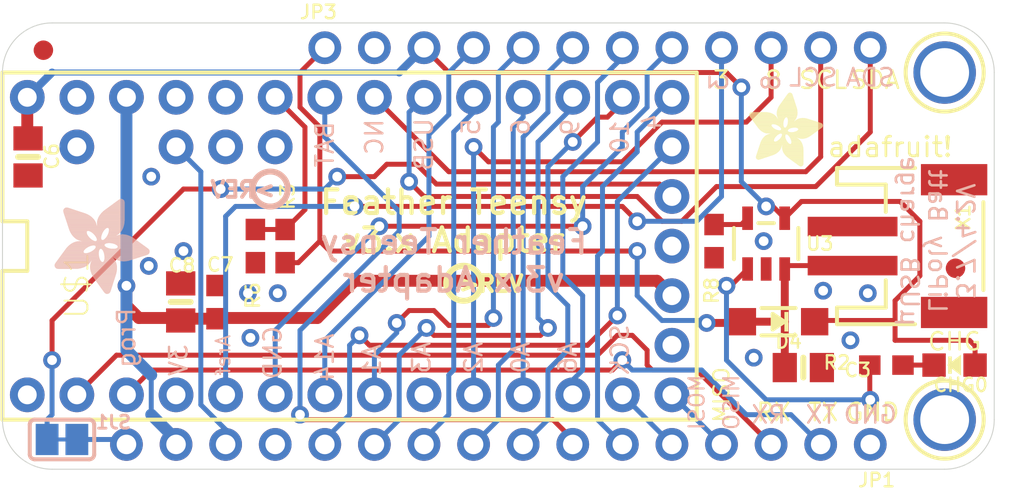
<source format=kicad_pcb>
(kicad_pcb (version 20211014) (generator pcbnew)
  (layers (0 "F.Cu" signal) (31 "B.Cu" signal) (34 "B.Paste" user) (35 "F.Paste" user) (36 "B.SilkS" user "B.Silkscreen") (37 "F.SilkS" user "F.Silkscreen") (38 "B.Mask" user) (39 "F.Mask" user) (44 "Edge.Cuts" user))
  (net 0 "")
  (net 1 "GND")
  (net 2 "MOSI")
  (net 3 "MISO")
  (net 4 "SCK")
  (net 5 "A6")
  (net 6 "A3")
  (net 7 "A2")
  (net 8 "A1")
  (net 9 "5")
  (net 10 "10")
  (net 11 "6")
  (net 12 "TX")
  (net 13 "RX")
  (net 14 "+3V3")
  (net 15 "VBUS")
  (net 16 "VBAT")
  (net 17 "AREF")
  (net 18 "A0")
  (net 19 "9")
  (net 20 "SCL")
  (net 21 "N$1")
  (net 22 "N$3")
  (net 23 "N$4")
  (net 24 "AGND")
  (net 25 "7")
  (net 26 "8")
  (net 27 "SDA")
  (net 28 "A14")
  (net 29 "2")
  (net 30 "3")
  (net 31 "4")
  (net 32 "A7")
  (net 33 "RST/BOOT")
  (net 34 "BOOT")
  (net 35 "VUSB")
  (net 36 "RTCBAT")
  (footprint "boardEagle:MOUNTINGHOLE_2.5_PLATED" (layer "F.Cu") (at 171.3611 96.1136 -90)
    (fp_text reference "U$31" hide)
    (fp_text value "MOUNTINGHOLE2.5" hide)
    (pad "P$1" thru_hole circle (at 0 0 270) (size 3.2 3.2) (drill 2.5) (layers *.Cu *.Mask))
  )
  (footprint "boardEagle:0805-NO" (layer "F.Cu") (at 132.2301 107.8646 90)
    (fp_text reference "C8" (at 1.87 -0.6875) (layer "F.SilkS") (effects (font (size 0.692831 0.692831) (thickness 0.119969)) (justify left)))
    (fp_text value "10µF")
    (pad "1" smd rect (at -0.95 0 90) (size 1.24 1.5) (layers "F.Cu" "F.Paste" "F.Mask") (net 14 "+3V3"))
    (pad "2" smd rect (at 0.95 0 90) (size 1.24 1.5) (layers "F.Cu" "F.Paste" "F.Mask") (net 1 "GND"))
  )
  (footprint "boardEagle:0805-NO" (layer "F.Cu") (at 124.4111 100.4366 -90)
    (fp_text reference "C6" (at -0.7875 -1.22 90) (layer "F.SilkS") (effects (font (size 0.692831 0.692831) (thickness 0.119969)) (justify right)))
    (fp_text value "10µF")
    (pad "1" smd rect (at -0.95 0 270) (size 1.24 1.5) (layers "F.Cu" "F.Paste" "F.Mask") (net 15 "VBUS"))
    (pad "2" smd rect (at 0.95 0 270) (size 1.24 1.5) (layers "F.Cu" "F.Paste" "F.Mask") (net 1 "GND"))
  )
  (footprint "boardEagle:0603-NO" (layer "F.Cu") (at 137.5791 105.0036 90)
    (fp_text reference "R3" (at 1.778 0.127 90) (layer "F.SilkS") (effects (font (size 0.692831 0.692831) (thickness 0.119969)) (justify left)))
    (fp_text value "100k")
    (pad "1" smd rect (at -0.85 0 90) (size 1.1 1) (layers "F.Cu" "F.Paste" "F.Mask") (net 16 "VBAT"))
    (pad "2" smd rect (at 0.85 0 90) (size 1.1 1) (layers "F.Cu" "F.Paste" "F.Mask") (net 32 "A7"))
  )
  (footprint "boardEagle:FIDUCIAL_1MM" (layer "F.Cu") (at 171.9163 106.1396 -90)
    (fp_text reference "U$35" hide)
    (fp_text value "FIDUCIAL\"\"" hide)
    (pad "1" smd roundrect (at 0 0 270) (size 1 1) (layers "F.Cu" "F.Mask") (roundrect_rratio 0.5))
  )
  (footprint "boardEagle:SOT23-5" (layer "F.Cu") (at 162.2171 104.8766)
    (fp_text reference "U3" (at 1.978 0) (layer "F.SilkS") (effects (font (size 0.692831 0.692831) (thickness 0.119969)) (justify left)))
    (fp_text value "MCP73831T-2ACI/OT")
    (pad "1" smd rect (at -0.95 1.3001) (size 0.55 1.2) (layers "F.Cu" "F.Paste" "F.Mask") (net 22 "N$3"))
    (pad "2" smd rect (at 0 1.3001) (size 0.55 1.2) (layers "F.Cu" "F.Paste" "F.Mask") (net 1 "GND"))
    (pad "3" smd rect (at 0.95 1.3001) (size 0.55 1.2) (layers "F.Cu" "F.Paste" "F.Mask") (net 16 "VBAT"))
    (pad "4" smd rect (at 0.95 -1.3001) (size 0.55 1.2) (layers "F.Cu" "F.Paste" "F.Mask") (net 15 "VBUS"))
    (pad "5" smd rect (at -0.95 -1.3001) (size 0.55 1.2) (layers "F.Cu" "F.Paste" "F.Mask") (net 23 "N$4"))
  )
  (footprint "boardEagle:TEENSY3-ALL_PINS" (layer "F.Cu") (at 140.8811 105.0036 90)
    (fp_text reference "U$1" (at -3.81 -13.97 90) (layer "F.SilkS") (effects (font (size 1.176528 1.176528) (thickness 0.093472)) (justify left)))
    (fp_text value "TEENSY_3.1_ALL_PINS")
    (pad "0" thru_hole circle (at -7.62 -13.97 90) (size 1.778 1.778) (drill 0.9652) (layers *.Cu *.Mask) (net 13 "RX"))
    (pad "1" thru_hole circle (at -7.62 -11.43 90) (size 1.778 1.778) (drill 0.9652) (layers *.Cu *.Mask) (net 12 "TX"))
    (pad "2" thru_hole circle (at -7.62 -8.89 90) (size 1.778 1.778) (drill 0.9652) (layers *.Cu *.Mask) (net 29 "2"))
    (pad "3" thru_hole circle (at -7.62 -6.35 90) (size 1.778 1.778) (drill 0.9652) (layers *.Cu *.Mask) (net 30 "3"))
    (pad "3.3V" thru_hole circle (at 7.62 -11.43 90) (size 1.778 1.778) (drill 0.9652) (layers *.Cu *.Mask) (net 14 "+3V3"))
    (pad "3.3V1" thru_hole circle (at -2.54 16.51 90) (size 1.778 1.778) (drill 0.9652) (layers *.Cu *.Mask) (net 14 "+3V3"))
    (pad "4" thru_hole circle (at -7.62 -3.81 90) (size 1.778 1.778) (drill 0.9652) (layers *.Cu *.Mask) (net 31 "4"))
    (pad "5" thru_hole circle (at -7.62 -1.27 90) (size 1.778 1.778) (drill 0.9652) (layers *.Cu *.Mask) (net 9 "5"))
    (pad "6" thru_hole circle (at -7.62 1.27 90) (size 1.778 1.778) (drill 0.9652) (layers *.Cu *.Mask) (net 11 "6"))
    (pad "7" thru_hole circle (at -7.62 3.81 90) (size 1.778 1.778) (drill 0.9652) (layers *.Cu *.Mask) (net 25 "7"))
    (pad "8" thru_hole circle (at -7.62 6.35 90) (size 1.778 1.778) (drill 0.9652) (layers *.Cu *.Mask) (net 26 "8"))
    (pad "9" thru_hole circle (at -7.62 8.89 90) (size 1.778 1.778) (drill 0.9652) (layers *.Cu *.Mask) (net 19 "9"))
    (pad "10" thru_hole circle (at -7.62 11.43 90) (size 1.778 1.778) (drill 0.9652) (layers *.Cu *.Mask) (net 10 "10"))
    (pad "11" thru_hole circle (at -7.62 13.97 90) (size 1.778 1.778) (drill 0.9652) (layers *.Cu *.Mask) (net 2 "MOSI"))
    (pad "12" thru_hole circle (at -7.62 16.51 90) (size 1.778 1.778) (drill 0.9652) (layers *.Cu *.Mask) (net 3 "MISO"))
    (pad "13" thru_hole circle (at 7.62 16.51 90) (size 1.778 1.778) (drill 0.9652) (layers *.Cu *.Mask) (net 4 "SCK"))
    (pad "14/A0" thru_hole circle (at 7.62 13.97 90) (size 1.778 1.778) (drill 0.9652) (layers *.Cu *.Mask) (net 18 "A0"))
    (pad "15/A1" thru_hole circle (at 7.62 11.43 90) (size 1.778 1.778) (drill 0.9652) (layers *.Cu *.Mask) (net 8 "A1"))
    (pad "16/A2" thru_hole circle (at 7.62 8.89 90) (size 1.778 1.778) (drill 0.9652) (layers *.Cu *.Mask) (net 7 "A2"))
    (pad "17/A3" thru_hole circle (at 7.62 6.35 90) (size 1.778 1.778) (drill 0.9652) (layers *.Cu *.Mask) (net 6 "A3"))
    (pad "18/A4" thru_hole circle (at 7.62 3.81 90) (size 1.778 1.778) (drill 0.9652) (layers *.Cu *.Mask) (net 27 "SDA"))
    (pad "19/A5" thru_hole circle (at 7.62 1.27 90) (size 1.778 1.778) (drill 0.9652) (layers *.Cu *.Mask) (net 20 "SCL"))
    (pad "20/A6" thru_hole circle (at 7.62 -1.27 90) (size 1.778 1.778) (drill 0.9652) (layers *.Cu *.Mask) (net 5 "A6"))
    (pad "21/A7" thru_hole circle (at 7.62 -3.81 90) (size 1.778 1.778) (drill 0.9652) (layers *.Cu *.Mask) (net 32 "A7"))
    (pad "22/A8" thru_hole circle (at 7.62 -6.35 90) (size 1.778 1.778) (drill 0.9652) (layers *.Cu *.Mask))
    (pad "23/A9" thru_hole circle (at 7.62 -8.89 90) (size 1.778 1.778) (drill 0.9652) (layers *.Cu *.Mask))
    (pad "A10" thru_hole circle (at 5.08 -6.35 90) (size 1.778 1.778) (drill 0.9652) (layers *.Cu *.Mask))
    (pad "A11" thru_hole circle (at 5.08 -3.81 90) (size 1.778 1.778) (drill 0.9652) (layers *.Cu *.Mask))
    (pad "AGND" thru_hole circle (at 7.62 -13.97 90) (size 1.778 1.778) (drill 0.9652) (layers *.Cu *.Mask) (net 24 "AGND"))
    (pad "AREF" thru_hole circle (at 5.08 -8.89 90) (size 1.778 1.778) (drill 0.9652) (layers *.Cu *.Mask) (net 17 "AREF"))
    (pad "GND" thru_hole circle (at -7.62 -16.51 90) (size 1.778 1.778) (drill 0.9652) (layers *.Cu *.Mask) (net 1 "GND"))
    (pad "GND1" thru_hole circle (at 0 16.51 90) (size 1.778 1.778) (drill 0.9652) (layers *.Cu *.Mask) (net 1 "GND"))
    (pad "PGM" thru_hole circle (at 2.54 16.51 90) (size 1.778 1.778) (drill 0.9652) (layers *.Cu *.Mask) (net 34 "BOOT"))
    (pad "RESET/DAC" thru_hole circle (at 5.08 16.51 90) (size 1.778 1.778) (drill 0.9652) (layers *.Cu *.Mask) (net 28 "A14"))
    (pad "VBAT" thru_hole circle (at -5.08 16.51 90) (size 1.778 1.778) (drill 0.9652) (layers *.Cu *.Mask) (net 36 "RTCBAT"))
    (pad "VIN" thru_hole circle (at 7.62 -16.51 90) (size 1.778 1.778) (drill 0.9652) (layers *.Cu *.Mask) (net 15 "VBUS"))
    (pad "VUSB" thru_hole circle (at 5.08 -13.97 90) (size 1.778 1.778) (drill 0.9652) (layers *.Cu *.Mask) (net 35 "VUSB"))
  )
  (footprint "boardEagle:CHIPLED_0805_NOOUTLINE" (layer "F.Cu") (at 171.8691 111.0996 90)
    (fp_text reference "CHG0" (at -1.016 1.778) (layer "F.SilkS") (effects (font (size 0.692831 0.692831) (thickness 0.119969)) (justify right)))
    (fp_text value "ORANGE")
    (pad "A" smd rect (at 0 1.05 90) (size 1.2 1.2) (layers "F.Cu" "F.Paste" "F.Mask") (net 15 "VBUS"))
    (pad "C" smd rect (at 0 -1.05 90) (size 1.2 1.2) (layers "F.Cu" "F.Paste" "F.Mask") (net 21 "N$1"))
  )
  (footprint "boardEagle:0603-NO" (layer "F.Cu") (at 159.5501 104.7496 -90)
    (fp_text reference "R8" (at 1.778 0.127 90) (layer "F.SilkS") (effects (font (size 0.692831 0.692831) (thickness 0.119969)) (justify right)))
    (fp_text value "2.2K")
    (pad "1" smd rect (at -0.85 0 270) (size 1.1 1) (layers "F.Cu" "F.Paste" "F.Mask") (net 23 "N$4"))
    (pad "2" smd rect (at 0.85 0 270) (size 1.1 1) (layers "F.Cu" "F.Paste" "F.Mask") (net 1 "GND"))
  )
  (footprint "boardEagle:SOD-123" (layer "F.Cu") (at 162.8521 108.8771 180)
    (fp_text reference "D4" (at -1.27 -1.016) (layer "F.SilkS") (effects (font (size 0.692831 0.692831) (thickness 0.119969)) (justify right)))
    (fp_text value "MBR120")
    (pad "A" smd rect (at 1.85 0 270) (size 1.4 1.4) (layers "F.Cu" "F.Paste" "F.Mask") (net 16 "VBAT"))
    (pad "C" smd rect (at -1.85 0 270) (size 1.4 1.4) (layers "F.Cu" "F.Paste" "F.Mask") (net 15 "VBUS"))
  )
  (footprint "boardEagle:0603-NO" (layer "F.Cu") (at 136.0551 105.0036 -90)
    (fp_text reference "R6" (at 1.778 0.127 90) (layer "F.SilkS") (effects (font (size 0.692831 0.692831) (thickness 0.119969)) (justify right)))
    (fp_text value "100K")
    (pad "1" smd rect (at -0.85 0 270) (size 1.1 1) (layers "F.Cu" "F.Paste" "F.Mask") (net 32 "A7"))
    (pad "2" smd rect (at 0.85 0 270) (size 1.1 1) (layers "F.Cu" "F.Paste" "F.Mask") (net 1 "GND"))
  )
  (footprint "boardEagle:1X16_ROUND" (layer "F.Cu") (at 148.5011 115.1636 180)
    (fp_text reference "JP1" (at -20.3962 -1.8288) (layer "F.SilkS") (effects (font (size 0.692831 0.692831) (thickness 0.119969)) (justify right)))
    (fp_text value "")
    (pad "1" thru_hole circle (at -19.05 0 270) (size 1.6764 1.6764) (drill 1) (layers *.Cu *.Mask) (net 1 "GND"))
    (pad "2" thru_hole circle (at -16.51 0 270) (size 1.6764 1.6764) (drill 1) (layers *.Cu *.Mask) (net 12 "TX"))
    (pad "3" thru_hole circle (at -13.97 0 270) (size 1.6764 1.6764) (drill 1) (layers *.Cu *.Mask) (net 13 "RX"))
    (pad "4" thru_hole circle (at -11.43 0 270) (size 1.6764 1.6764) (drill 1) (layers *.Cu *.Mask) (net 3 "MISO"))
    (pad "5" thru_hole circle (at -8.89 0 270) (size 1.6764 1.6764) (drill 1) (layers *.Cu *.Mask) (net 2 "MOSI"))
    (pad "6" thru_hole circle (at -6.35 0 270) (size 1.6764 1.6764) (drill 1) (layers *.Cu *.Mask) (net 4 "SCK"))
    (pad "7" thru_hole circle (at -3.81 0 270) (size 1.6764 1.6764) (drill 1) (layers *.Cu *.Mask) (net 5 "A6"))
    (pad "8" thru_hole circle (at -1.27 0 270) (size 1.6764 1.6764) (drill 1) (layers *.Cu *.Mask) (net 18 "A0"))
    (pad "9" thru_hole circle (at 1.27 0 270) (size 1.6764 1.6764) (drill 1) (layers *.Cu *.Mask) (net 7 "A2"))
    (pad "10" thru_hole circle (at 3.81 0 270) (size 1.6764 1.6764) (drill 1) (layers *.Cu *.Mask) (net 6 "A3"))
    (pad "11" thru_hole circle (at 6.35 0 270) (size 1.6764 1.6764) (drill 1) (layers *.Cu *.Mask) (net 8 "A1"))
    (pad "12" thru_hole circle (at 8.89 0 270) (size 1.6764 1.6764) (drill 1) (layers *.Cu *.Mask) (net 28 "A14"))
    (pad "13" thru_hole circle (at 11.43 0 270) (size 1.6764 1.6764) (drill 1) (layers *.Cu *.Mask) (net 1 "GND"))
    (pad "14" thru_hole circle (at 13.97 0 270) (size 1.6764 1.6764) (drill 1) (layers *.Cu *.Mask) (net 17 "AREF"))
    (pad "15" thru_hole circle (at 16.51 0 270) (size 1.6764 1.6764) (drill 1) (layers *.Cu *.Mask) (net 14 "+3V3"))
    (pad "16" thru_hole circle (at 19.05 0 270) (size 1.6764 1.6764) (drill 1) (layers *.Cu *.Mask) (net 33 "RST/BOOT"))
  )
  (footprint "boardEagle:ADAFRUIT_3.5MM" (layer "F.Cu") (at 161.3281 100.9396)
    (fp_text reference "U$7" hide)
    (fp_text value "" hide)
  )
  (footprint "boardEagle:1X12_ROUND" (layer "F.Cu") (at 153.5811 94.8436)
    (fp_text reference "JP3" (at -15.3162 -1.8288) (layer "F.SilkS") (effects (font (size 0.692831 0.692831) (thickness 0.119969)) (justify left)))
    (fp_text value "")
    (pad "1" thru_hole circle (at -13.97 0 90) (size 1.6764 1.6764) (drill 1) (layers *.Cu *.Mask) (net 16 "VBAT"))
    (pad "2" thru_hole circle (at -11.43 0 90) (size 1.6764 1.6764) (drill 1) (layers *.Cu *.Mask))
    (pad "3" thru_hole circle (at -8.89 0 90) (size 1.6764 1.6764) (drill 1) (layers *.Cu *.Mask) (net 15 "VBUS"))
    (pad "4" thru_hole circle (at -6.35 0 90) (size 1.6764 1.6764) (drill 1) (layers *.Cu *.Mask) (net 9 "5"))
    (pad "5" thru_hole circle (at -3.81 0 90) (size 1.6764 1.6764) (drill 1) (layers *.Cu *.Mask) (net 11 "6"))
    (pad "6" thru_hole circle (at -1.27 0 90) (size 1.6764 1.6764) (drill 1) (layers *.Cu *.Mask) (net 19 "9"))
    (pad "7" thru_hole circle (at 1.27 0 90) (size 1.6764 1.6764) (drill 1) (layers *.Cu *.Mask) (net 10 "10"))
    (pad "8" thru_hole circle (at 3.81 0 90) (size 1.6764 1.6764) (drill 1) (layers *.Cu *.Mask) (net 31 "4"))
    (pad "9" thru_hole circle (at 6.35 0 90) (size 1.6764 1.6764) (drill 1) (layers *.Cu *.Mask) (net 30 "3"))
    (pad "10" thru_hole circle (at 8.89 0 90) (size 1.6764 1.6764) (drill 1) (layers *.Cu *.Mask) (net 26 "8"))
    (pad "11" thru_hole circle (at 11.43 0 90) (size 1.6764 1.6764) (drill 1) (layers *.Cu *.Mask) (net 20 "SCL"))
    (pad "12" thru_hole circle (at 13.97 0 90) (size 1.6764 1.6764) (drill 1) (layers *.Cu *.Mask) (net 27 "SDA"))
  )
  (footprint "boardEagle:FIDUCIAL_1MM" (layer "F.Cu") (at 125.1966 94.9706 -90)
    (fp_text reference "U$34" hide)
    (fp_text value "FIDUCIAL\"\"" hide)
    (pad "1" smd roundrect (at 0 0 270) (size 1 1) (layers "F.Cu" "F.Mask") (roundrect_rratio 0.5))
  )
  (footprint "boardEagle:0603-NO" (layer "F.Cu") (at 168.3766 111.0996 180)
    (fp_text reference "R2" (at 1.778 0.127) (layer "F.SilkS") (effects (font (size 0.692831 0.692831) (thickness 0.119969)) (justify right)))
    (fp_text value "1K")
    (pad "1" smd rect (at -0.85 0 180) (size 1.1 1) (layers "F.Cu" "F.Paste" "F.Mask") (net 21 "N$1"))
    (pad "2" smd rect (at 0.85 0 180) (size 1.1 1) (layers "F.Cu" "F.Paste" "F.Mask") (net 22 "N$3"))
  )
  (footprint "boardEagle:PCBFEAT-REV-040" (layer "F.Cu") (at 146.7231 106.9086)
    (fp_text reference "U$5" hide)
    (fp_text value "" hide)
    (fp_text user ">REV" (at -0.3556 0.508) (layer "F.SilkS") (effects (font (size 0.8128 0.8128) (thickness 0.2032)) (justify left bottom)))
  )
  (footprint "boardEagle:MOUNTINGHOLE_2.5_PLATED" (layer "F.Cu") (at 171.3611 113.8936 -90)
    (fp_text reference "U$32" hide)
    (fp_text value "MOUNTINGHOLE2.5" hide)
    (pad "P$1" thru_hole circle (at 0 0 270) (size 3.2 3.2) (drill 2.5) (layers *.Cu *.Mask))
  )
  (footprint "boardEagle:0805-NO" (layer "F.Cu") (at 164.1221 111.2266)
    (fp_text reference "C3" (at 2.032 0.127) (layer "F.SilkS") (effects (font (size 0.692831 0.692831) (thickness 0.119969)) (justify left)))
    (fp_text value "10µF")
    (pad "1" smd rect (at -0.95 0) (size 1.24 1.5) (layers "F.Cu" "F.Paste" "F.Mask") (net 16 "VBAT"))
    (pad "2" smd rect (at 0.95 0) (size 1.24 1.5) (layers "F.Cu" "F.Paste" "F.Mask") (net 1 "GND"))
  )
  (footprint "boardEagle:JSTPH2" (layer "F.Cu") (at 170.3451 105.0036 -90)
    (fp_text reference "X1" (at -2.2225 -1.9685 90) (layer "F.SilkS") (effects (font (size 0.692831 0.692831) (thickness 0.119969)) (justify right)))
    (fp_text value "JSTPH")
    (pad "1" smd rect (at -1 3.7 270) (size 1 4.6) (layers "F.Cu" "F.Paste" "F.Mask") (net 1 "GND"))
    (pad "2" smd rect (at 1 3.7 270) (size 1 4.6) (layers "F.Cu" "F.Paste" "F.Mask") (net 16 "VBAT"))
    (pad "NC1" smd rect (at -3.4 -1.5) (size 3.4 1.6) (layers "F.Cu" "F.Paste" "F.Mask"))
    (pad "NC2" smd rect (at 3.4 -1.5) (size 3.4 1.6) (layers "F.Cu" "F.Paste" "F.Mask"))
  )
  (footprint "boardEagle:0603-NO" (layer "F.Cu") (at 134.0401 107.8736 90)
    (fp_text reference "C7" (at 1.92 -0.5375) (layer "F.SilkS") (effects (font (size 0.692831 0.692831) (thickness 0.119969)) (justify left)))
    (fp_text value "1uF")
    (pad "1" smd rect (at -0.85 0 90) (size 1.1 1) (layers "F.Cu" "F.Paste" "F.Mask") (net 14 "+3V3"))
    (pad "2" smd rect (at 0.85 0 90) (size 1.1 1) (layers "F.Cu" "F.Paste" "F.Mask") (net 1 "GND"))
  )
  (footprint "boardEagle:PCBFEAT-REV-040" (layer "B.Cu") (at 136.8171 102.0826 180)
    (fp_text reference "U$6" hide)
    (fp_text value "" hide)
    (fp_text user ">REV" (at -0.3556 -0.508) (layer "B.SilkS") (effects (font (size 0.8128 0.8128) (thickness 0.2032)) (justify left bottom mirror)))
  )
  (footprint "boardEagle:SOLDERJUMPER_CLOSEDWIRE" (layer "B.Cu") (at 126.1491 114.9096 180)
    (fp_text reference "SJ1" (at -1.651 1.27) (layer "B.SilkS") (effects (font (size 0.666496 0.666496) (thickness 0.146304)) (justify right top mirror)))
    (fp_text value "")
    (pad "1" smd rect (at -0.762 0 180) (size 1.1684 1.6002) (layers "B.Cu" "B.Mask") (net 33 "RST/BOOT"))
    (pad "2" smd rect (at 0.762 0 180) (size 1.1684 1.6002) (layers "B.Cu" "B.Mask") (net 34 "BOOT"))
    (pad "WIRE" smd rect (at 0 0 180) (size 0.635 0.2032) (layers "B.Cu" "B.Mask"))
  )
  (footprint "boardEagle:ADAFRUIT_5MM" (layer "B.Cu") (at 125.7681 102.5906)
    (fp_text reference "U$4" hide)
    (fp_text value "" hide)
  )
  (gr_line (start 173.9011 113.8936) (end 173.9011 96.1136) (layer "Edge.Cuts") (width 0.05))
  (gr_arc (start 123.1011 96.1136) (mid 123.845049 94.317549) (end 125.6411 93.5736) (layer "Edge.Cuts") (width 0.05))
  (gr_line (start 125.6411 116.4336) (end 171.3611 116.4336) (layer "Edge.Cuts") (width 0.05))
  (gr_arc (start 171.3611 93.5736) (mid 173.157151 94.317549) (end 173.9011 96.1136) (layer "Edge.Cuts") (width 0.05))
  (gr_line (start 171.3611 93.5736) (end 125.6411 93.5736) (layer "Edge.Cuts") (width 0.05))
  (gr_line (start 123.1011 96.1136) (end 123.1011 113.8936) (layer "Edge.Cuts") (width 0.05))
  (gr_arc (start 125.6411 116.4336) (mid 123.845049 115.689651) (end 123.1011 113.8936) (layer "Edge.Cuts") (width 0.05))
  (gr_arc (start 173.9011 113.8936) (mid 173.157151 115.689651) (end 171.3611 116.4336) (layer "Edge.Cuts") (width 0.05))
  (gr_text "8" (at 162.4711 96.6216 -270) (layer "B.SilkS") (effects (font (size 0.89408 0.89408) (thickness 0.12192)) (justify mirror)))
  (gr_text "10" (at 154.7241 99.4156 -270) (layer "B.SilkS") (effects (font (size 0.89408 0.89408) (thickness 0.12192)) (justify mirror)))
  (gr_text "9" (at 152.1841 98.9076 -270) (layer "B.SilkS") (effects (font (size 0.89408 0.89408) (thickness 0.12192)) (justify mirror)))
  (gr_text "A0" (at 149.6441 110.7186 -270) (layer "B.SilkS") (effects (font (size 0.89408 0.89408) (thickness 0.12192)) (justify mirror)))
  (gr_text "Prog" (at 129.4511 109.7026 -270) (layer "B.SilkS") (effects (font (size 0.89408 0.89408) (thickness 0.12192)) (justify mirror)))
  (gr_text "NC" (at 142.1511 99.4156 -270) (layer "B.SilkS") (effects (font (size 0.89408 0.89408) (thickness 0.12192)) (justify mirror)))
  (gr_text "6" (at 149.6441 98.9076 -270) (layer "B.SilkS") (effects (font (size 0.89408 0.89408) (thickness 0.12192)) (justify mirror)))
  (gr_text "TX" (at 165.0111 113.6396) (layer "B.SilkS") (effects (font (size 0.89408 0.89408) (thickness 0.12192)) (justify mirror)))
  (gr_text "SDA" (at 167.5511 96.3676) (layer "B.SilkS") (effects (font (size 0.89408 0.89408) (thickness 0.12192)) (justify mirror)))
  (gr_text "4" (at 156.3751 98.6536 -270) (layer "B.SilkS") (effects (font (size 0.89408 0.89408) (thickness 0.12192)) (justify mirror)))
  (gr_text "BAT" (at 139.6111 99.7966 -270) (layer "B.SilkS") (effects (font (size 0.89408 0.89408) (thickness 0.12192)) (justify mirror)))
  (gr_text "GND" (at 136.9441 110.4646 -270) (layer "B.SilkS") (effects (font (size 0.89408 0.89408) (thickness 0.12192)) (justify mirror)))
  (gr_text "A6" (at 152.0571 110.7186 -270) (layer "B.SilkS") (effects (font (size 0.89408 0.89408) (thickness 0.12192)) (justify mirror)))
  (gr_text "MISO" (at 160.4391 113.0046 -270) (layer "B.SilkS") (effects (font (size 0.78232 0.78232) (thickness 0.10668)) (justify mirror)))
  (gr_text "MOSI" (at 158.6611 113.0046 -270) (layer "B.SilkS") (effects (font (size 0.78232 0.78232) (thickness 0.10668)) (justify mirror)))
  (gr_text "A2" (at 147.2311 110.7186 -270) (layer "B.SilkS") (effects (font (size 0.89408 0.89408) (thickness 0.12192)) (justify mirror)))
  (gr_text "GND" (at 167.5511 113.6396) (layer "B.SilkS") (effects (font (size 0.89408 0.89408) (thickness 0.12192)) (justify mirror)))
  (gr_text "A1" (at 142.0241 110.8456 -270) (layer "B.SilkS") (effects (font (size 0.89408 0.89408) (thickness 0.12192)) (justify mirror)))
  (gr_text "3V" (at 132.1181 110.8456 -270) (layer "B.SilkS") (effects (font (size 0.89408 0.89408) (thickness 0.12192)) (justify mirror)))
  (gr_text "USB" (at 144.6911 99.7966 -270) (layer "B.SilkS") (effects (font (size 0.89408 0.89408) (thickness 0.12192)) (justify mirror)))
  (gr_text "5" (at 147.1041 98.9076 -270) (layer "B.SilkS") (effects (font (size 0.89408 0.89408) (thickness 0.12192)) (justify mirror)))
  (gr_text "SCL" (at 164.6301 96.3676) (layer "B.SilkS") (effects (font (size 0.89408 0.89408) (thickness 0.12192)) (justify mirror)))
  (gr_text "Feather Teensy\nv3.x Adapter" (at 146.2151 105.7656) (layer "B.SilkS") (effects (font (size 1.20904 1.20904) (thickness 0.21336)) (justify mirror)))
  (gr_text "A14" (at 139.6111 110.7186 -270) (layer "B.SilkS") (effects (font (size 0.89408 0.89408) (thickness 0.12192)) (justify mirror)))
  (gr_text "RX" (at 162.3441 113.6396) (layer "B.SilkS") (effects (font (size 0.89408 0.89408) (thickness 0.12192)) (justify mirror)))
  (gr_text "3" (at 159.8041 96.6216 -270) (layer "B.SilkS") (effects (font (size 0.89408 0.89408) (thickness 0.12192)) (justify mirror)))
  (gr_text "3.7/4.2V\nLiPoly Batt\nµUSB charge" (at 170.9801 104.7496 -90) (layer "B.SilkS") (effects (font (size 0.88392 0.88392) (thickness 0.13208)) (justify mirror)))
  (gr_text "Aref" (at 134.4041 110.5916 -270) (layer "B.SilkS") (effects (font (size 0.715264 0.715264) (thickness 0.097536)) (justify mirror)))
  (gr_text "A3" (at 144.5641 110.7186 -270) (layer "B.SilkS") (effects (font (size 0.89408 0.89408) (thickness 0.12192)) (justify mirror)))
  (gr_text "SCK" (at 154.7241 110.3376 -270) (layer "B.SilkS") (effects (font (size 0.89408 0.89408) (thickness 0.12192)) (justify mirror)))
  (gr_text "MISO" (at 159.9311 112.6236 90) (layer "F.SilkS") (effects (font (size 0.78232 0.78232) (thickness 0.10668))))
  (gr_text "RX" (at 162.5981 113.5126) (layer "F.SilkS") (effects (font (size 0.89408 0.89408) (thickness 0.12192))))
  (gr_text "CHG" (at 171.8691 109.8931) (layer "F.SilkS") (effects (font (size 0.89408 0.89408) (thickness 0.12192))))
  (gr_text "8" (at 162.5981 96.4946) (layer "F.SilkS") (effects (font (size 0.89408 0.89408) (thickness 0.12192))))
  (gr_text "SDA" (at 167.8051 96.4946) (layer "F.SilkS") (effects (font (size 0.89408 0.89408) (thickness 0.12192))))
  (gr_text "3" (at 159.9311 96.4946) (layer "F.SilkS") (effects (font (size 0.89408 0.89408) (thickness 0.12192))))
  (gr_text "TX" (at 165.1381 113.5126) (layer "F.SilkS") (effects (font (size 0.89408 0.89408) (thickness 0.12192))))
  (gr_text "GND" (at 167.6781 113.5126) (layer "F.SilkS") (effects (font (size 0.89408 0.89408) (thickness 0.12192))))
  (gr_text "SCL" (at 165.1381 96.4946) (layer "F.SilkS") (effects (font (size 0.89408 0.89408) (thickness 0.12192))))
  (gr_text "Feather Teensy\nv3.x Adapter" (at 146.2151 103.7336) (layer "F.SilkS") (effects (font (size 1.20904 1.20904) (thickness 0.21336))))
  (gr_text "adafruit!" (at 168.5671 99.9236) (layer "F.SilkS") (effects (font (size 1.00584 1.00584) (thickness 0.13716))))
  (via (at 166.5351 109.8296) (size 0.9064) (drill 0.5) (layers "F.Cu" "B.Cu") (net 1))
  (via (at 162.0901 104.7496) (size 0.9064) (drill 0.5) (layers "F.Cu" "B.Cu") (net 1))
  (via (at 132.3721 105.2576) (size 0.9064) (drill 0.5) (layers "F.Cu" "B.Cu") (net 1))
  (via (at 130.7211 101.4476) (size 0.9064) (drill 0.5) (layers "F.Cu" "B.Cu") (net 1))
  (via (at 165.1381 107.2896) (size 0.9064) (drill 0.5) (layers "F.Cu" "B.Cu") (net 1))
  (via (at 135.8011 109.7026) (size 0.9064) (drill 0.5) (layers "F.Cu" "B.Cu") (net 1))
  (via (at 167.4241 107.4166) (size 0.9064) (drill 0.5) (layers "F.Cu" "B.Cu") (net 1))
  (via (at 137.1981 107.4166) (size 0.9064) (drill 0.5) (layers "F.Cu" "B.Cu") (net 1))
  (via (at 135.6741 107.4166) (size 0.9064) (drill 0.5) (layers "F.Cu" "B.Cu") (net 1))
  (via (at 161.5821 110.7186) (size 0.9064) (drill 0.5) (layers "F.Cu" "B.Cu") (net 1))
  (via (at 130.5941 106.0196) (size 0.9064) (drill 0.5) (layers "F.Cu" "B.Cu") (net 1))
  (segment (start 154.8511 112.6236) (end 157.3911 115.1636) (width 0.254) (layer "B.Cu") (net 2))
  (segment (start 157.3911 112.6236) (end 159.9311 115.1636) (width 0.254) (layer "B.Cu") (net 3))
  (segment (start 153.8351 105.2576) (end 153.8351 101.9556) (width 0.254) (layer "B.Cu") (net 4))
  (segment (start 153.5811 105.5116) (end 153.8351 105.2576) (width 0.254) (layer "B.Cu") (net 4))
  (segment (start 153.8351 101.9556) (end 155.6131 100.1776) (width 0.254) (layer "B.Cu") (net 4))
  (segment (start 153.5811 113.8936) (end 153.5811 105.5116) (width 0.254) (layer "B.Cu") (net 4))
  (segment (start 155.6131 99.1616) (end 157.3911 97.3836) (width 0.254) (layer "B.Cu") (net 4))
  (segment (start 155.6131 100.1776) (end 155.6131 99.1616) (width 0.254) (layer "B.Cu") (net 4))
  (segment (start 154.8511 115.1636) (end 153.5811 113.8936) (width 0.254) (layer "B.Cu") (net 4))
  (segment (start 152.3111 114.9096) (end 151.2951 113.8936) (width 0.254) (layer "F.Cu") (net 5))
  (segment (start 152.3111 115.1636) (end 152.3111 114.9096) (width 0.254) (layer "F.Cu") (net 5))
  (segment (start 138.5951 113.8936) (end 138.3411 113.6396) (width 0.254) (layer "F.Cu") (net 5))
  (segment (start 151.2951 113.8936) (end 138.5951 113.8936) (width 0.254) (layer "F.Cu") (net 5))
  (via (at 138.3411 113.6396) (size 0.9064) (drill 0.5) (layers "F.Cu" "B.Cu") (net 5))
  (segment (start 143.4211 104.2416) (end 143.4211 103.2256) (width 0.254) (layer "B.Cu") (net 5))
  (segment (start 138.3411 109.3216) (end 143.4211 104.2416) (width 0.254) (layer "B.Cu") (net 5))
  (segment (start 139.6111 99.4156) (end 139.6111 97.3836) (width 0.254) (layer "B.Cu") (net 5))
  (segment (start 138.3411 113.6396) (end 138.3411 109.3216) (width 0.254) (layer "B.Cu") (net 5))
  (segment (start 143.4211 103.2256) (end 139.6111 99.4156) (width 0.254) (layer "B.Cu") (net 5))
  (segment (start 147.2311 98.1456) (end 146.2151 99.1616) (width 0.254) (layer "B.Cu") (net 6))
  (segment (start 145.9611 111.6076) (end 145.9611 113.6396) (width 0.254) (layer "B.Cu") (net 6))
  (segment (start 146.2151 111.3536) (end 145.9611 111.6076) (width 0.254) (layer "B.Cu") (net 6))
  (segment (start 147.2311 97.3836) (end 147.2311 98.1456) (width 0.254) (layer "B.Cu") (net 6))
  (segment (start 144.6911 114.9096) (end 144.6911 115.1636) (width 0.254) (layer "B.Cu") (net 6))
  (segment (start 146.2151 99.1616) (end 146.2151 111.3536) (width 0.254) (layer "B.Cu") (net 6))
  (segment (start 145.9611 113.6396) (end 144.6911 114.9096) (width 0.254) (layer "B.Cu") (net 6))
  (segment (start 148.5011 111.0996) (end 148.5011 113.8936) (width 0.254) (layer "B.Cu") (net 7))
  (segment (start 149.7711 98.3996) (end 149.2631 98.9076) (width 0.254) (layer "B.Cu") (net 7))
  (segment (start 148.5011 113.8936) (end 147.2311 115.1636) (width 0.254) (layer "B.Cu") (net 7))
  (segment (start 149.2631 98.9076) (end 149.2631 110.3376) (width 0.254) (layer "B.Cu") (net 7))
  (segment (start 149.7711 97.3836) (end 149.7711 98.3996) (width 0.254) (layer "B.Cu") (net 7))
  (segment (start 149.2631 110.3376) (end 148.5011 111.0996) (width 0.254) (layer "B.Cu") (net 7))
  (segment (start 151.0411 109.1946) (end 150.6601 109.5756) (width 0.254) (layer "F.Cu") (net 8))
  (segment (start 145.1991 109.5756) (end 144.8181 109.1946) (width 0.254) (layer "F.Cu") (net 8))
  (segment (start 150.6601 109.5756) (end 145.1991 109.5756) (width 0.254) (layer "F.Cu") (net 8))
  (via (at 144.8181 109.1946) (size 0.9064) (drill 0.5) (layers "F.Cu" "B.Cu") (net 8))
  (via (at 151.0411 109.1946) (size 0.9064) (drill 0.5) (layers "F.Cu" "B.Cu") (net 8))
  (segment (start 152.3111 97.8916) (end 150.5331 99.6696) (width 0.254) (layer "B.Cu") (net 8))
  (segment (start 152.3111 97.3836) (end 152.3111 97.8916) (width 0.254) (layer "B.Cu") (net 8))
  (segment (start 144.8181 109.1946) (end 143.4211 110.5916) (width 0.254) (layer "B.Cu") (net 8))
  (segment (start 150.5331 99.6696) (end 150.5331 108.6866) (width 0.254) (layer "B.Cu") (net 8))
  (segment (start 143.4211 113.8936) (end 142.1511 115.1636) (width 0.254) (layer "B.Cu") (net 8))
  (segment (start 150.5331 108.6866) (end 151.0411 109.1946) (width 0.254) (layer "B.Cu") (net 8))
  (segment (start 143.4211 110.5916) (end 143.4211 113.8936) (width 0.254) (layer "B.Cu") (net 8))
  (segment (start 144.9451 104.4956) (end 139.6111 109.8296) (width 0.254) (layer "B.Cu") (net 9))
  (segment (start 144.9451 99.2886) (end 144.9451 104.4956) (width 0.254) (layer "B.Cu") (net 9))
  (segment (start 139.6111 109.8296) (end 139.6111 112.6236) (width 0.254) (layer "B.Cu") (net 9))
  (segment (start 145.9611 98.2726) (end 144.9451 99.2886) (width 0.254) (layer "B.Cu") (net 9))
  (segment (start 147.2311 94.8436) (end 145.9611 96.1136) (width 0.254) (layer "B.Cu") (net 9))
  (segment (start 145.9611 96.1136) (end 145.9611 98.2726) (width 0.254) (layer "B.Cu") (net 9))
  (segment (start 152.8191 107.5436) (end 151.8031 106.5276) (width 0.254) (layer "B.Cu") (net 10))
  (segment (start 152.3111 111.8616) (end 152.8191 111.3536) (width 0.254) (layer "B.Cu") (net 10))
  (segment (start 153.5811 99.6696) (end 153.5811 96.6216) (width 0.254) (layer "B.Cu") (net 10))
  (segment (start 153.5811 96.6216) (end 154.8511 95.3516) (width 0.254) (layer "B.Cu") (net 10))
  (segment (start 154.8511 95.3516) (end 154.8511 94.8436) (width 0.254) (layer "B.Cu") (net 10))
  (segment (start 151.8031 106.5276) (end 151.8031 101.4476) (width 0.254) (layer "B.Cu") (net 10))
  (segment (start 152.3111 112.6236) (end 152.3111 111.8616) (width 0.254) (layer "B.Cu") (net 10))
  (segment (start 151.8031 101.4476) (end 153.5811 99.6696) (width 0.254) (layer "B.Cu") (net 10))
  (segment (start 152.8191 111.3536) (end 152.8191 107.5436) (width 0.254) (layer "B.Cu") (net 10))
  (segment (start 148.2471 108.8136) (end 148.2471 108.6866) (width 0.254) (layer "F.Cu") (net 11))
  (segment (start 143.2941 108.9406) (end 143.9291 108.3056) (width 0.254) (layer "F.Cu") (net 11))
  (segment (start 143.9291 108.3056) (end 145.1991 108.3056) (width 0.254) (layer "F.Cu") (net 11))
  (segment (start 145.9611 109.0676) (end 147.9931 109.0676) (width 0.254) (layer "F.Cu") (net 11))
  (segment (start 145.1991 108.3056) (end 145.9611 109.0676) (width 0.254) (layer "F.Cu") (net 11))
  (segment (start 147.9931 109.0676) (end 148.2471 108.8136) (width 0.254) (layer "F.Cu") (net 11))
  (via (at 143.2941 108.9406) (size 0.9064) (drill 0.5) (layers "F.Cu" "B.Cu") (net 11))
  (via (at 148.2471 108.6866) (size 0.9064) (drill 0.5) (layers "F.Cu" "B.Cu") (net 11))
  (segment (start 142.1511 110.5916) (end 143.2941 109.4486) (width 0.254) (layer "B.Cu") (net 11))
  (segment (start 142.1511 112.6236) (end 142.1511 110.5916) (width 0.254) (layer "B.Cu") (net 11))
  (segment (start 148.5011 98.6536) (end 148.5011 96.1136) (width 0.254) (layer "B.Cu") (net 11))
  (segment (start 148.5011 96.1136) (end 149.7711 94.8436) (width 0.254) (layer "B.Cu") (net 11))
  (segment (start 148.2471 108.6866) (end 148.2471 98.9076) (width 0.254) (layer "B.Cu") (net 11))
  (segment (start 143.2941 109.4486) (end 143.2941 108.9406) (width 0.254) (layer "B.Cu") (net 11))
  (segment (start 148.2471 98.9076) (end 148.5011 98.6536) (width 0.254) (layer "B.Cu") (net 11))
  (segment (start 130.7211 111.3536) (end 154.3431 111.3536) (width 0.254) (layer "F.Cu") (net 12))
  (segment (start 129.4511 112.6236) (end 130.7211 111.3536) (width 0.254) (layer "F.Cu") (net 12))
  (segment (start 154.3431 111.3536) (end 154.8511 110.8456) (width 0.254) (layer "F.Cu") (net 12))
  (via (at 154.8511 110.8456) (size 0.9064) (drill 0.5) (layers "F.Cu" "B.Cu") (net 12))
  (segment (start 154.8511 110.8456) (end 155.3591 111.3536) (width 0.254) (layer "B.Cu") (net 12))
  (segment (start 158.9151 111.3536) (end 161.2011 113.6396) (width 0.254) (layer "B.Cu") (net 12))
  (segment (start 163.4871 113.6396) (end 165.0111 115.1636) (width 0.254) (layer "B.Cu") (net 12))
  (segment (start 155.3591 111.3536) (end 158.9151 111.3536) (width 0.254) (layer "B.Cu") (net 12))
  (segment (start 161.2011 113.6396) (end 163.4871 113.6396) (width 0.254) (layer "B.Cu") (net 12))
  (segment (start 126.9111 112.6236) (end 128.9431 110.5916) (width 0.254) (layer "F.Cu") (net 13))
  (segment (start 156.3751 111.3536) (end 156.1211 111.0996) (width 0.254) (layer "F.Cu") (net 13))
  (segment (start 158.6611 111.3536) (end 162.4711 115.1636) (width 0.254) (layer "F.Cu") (net 13))
  (segment (start 154.5971 109.5756) (end 153.5811 110.5916) (width 0.254) (layer "F.Cu") (net 13))
  (segment (start 156.1211 110.3376) (end 155.3591 109.5756) (width 0.254) (layer "F.Cu") (net 13))
  (segment (start 155.3591 109.5756) (end 154.5971 109.5756) (width 0.254) (layer "F.Cu") (net 13))
  (segment (start 156.1211 111.0996) (end 156.1211 110.3376) (width 0.254) (layer "F.Cu") (net 13))
  (segment (start 158.6611 111.3536) (end 156.3751 111.3536) (width 0.254) (layer "F.Cu") (net 13))
  (segment (start 153.5811 110.5916) (end 128.9431 110.5916) (width 0.254) (layer "F.Cu") (net 13))
  (segment (start 157.3911 107.5436) (end 156.6291 106.7816) (width 0.6096) (layer "F.Cu") (net 14))
  (segment (start 132.2301 108.6866) (end 132.2301 108.8146) (width 0.6096) (layer "F.Cu") (net 14))
  (segment (start 134.0401 108.6866) (end 134.0401 108.7236) (width 0.6096) (layer "F.Cu") (net 14))
  (segment (start 132.2301 108.6866) (end 130.0861 108.6866) (width 0.6096) (layer "F.Cu") (net 14))
  (segment (start 129.4511 108.0516) (end 129.4511 107.0356) (width 0.6096) (layer "F.Cu") (net 14))
  (segment (start 129.3391 97.4956) (end 129.4511 97.3836) (width 0.6096) (layer "F.Cu") (net 14))
  (segment (start 132.2301 108.7236) (end 134.0401 108.7236) (width 0.6096) (layer "F.Cu") (net 14))
  (segment (start 141.1351 106.7816) (end 139.2301 108.6866) (width 0.6096) (layer "F.Cu") (net 14))
  (segment (start 132.2301 108.7236) (end 132.2301 108.8146) (width 0.6096) (layer "F.Cu") (net 14))
  (segment (start 130.0861 108.6866) (end 129.4511 108.0516) (width 0.6096) (layer "F.Cu") (net 14))
  (segment (start 139.2301 108.6866) (end 134.0401 108.6866) (width 0.6096) (layer "F.Cu") (net 14))
  (segment (start 156.6291 106.7816) (end 141.1351 106.7816) (width 0.6096) (layer "F.Cu") (net 14))
  (via (at 129.4511 107.0356) (size 0.9064) (drill 0.5) (layers "F.Cu" "B.Cu") (net 14))
  (segment (start 131.9911 114.9096) (end 131.9911 115.1636) (width 0.6096) (layer "B.Cu") (net 14))
  (segment (start 130.7211 113.6396) (end 131.9911 114.9096) (width 0.6096) (layer "B.Cu") (net 14))
  (segment (start 130.7211 111.6076) (end 130.7211 113.6396) (width 0.254) (layer "B.Cu") (net 14))
  (segment (start 129.4511 107.0356) (end 129.4511 110.3376) (width 0.6096) (layer "B.Cu") (net 14))
  (segment (start 129.4511 110.3376) (end 130.7211 111.6076) (width 0.6096) (layer "B.Cu") (net 14))
  (segment (start 129.4511 97.3836) (end 129.4511 107.0356) (width 0.6096) (layer "B.Cu") (net 14))
  (segment (start 168.8211 107.7976) (end 170.0911 106.5276) (width 0.254) (layer "F.Cu") (net 15))
  (segment (start 162.5622 102.9716) (end 163.1671 103.5765) (width 0.254) (layer "F.Cu") (net 15))
  (segment (start 124.3711 99.4466) (end 124.4111 99.4866) (width 0.254) (layer "F.Cu") (net 15))
  (segment (start 124.3711 97.3836) (end 124.3711 99.4466) (width 0.6096) (layer "F.Cu") (net 15))
  (segment (start 172.6311 109.8296) (end 168.8211 109.8296) (width 0.254) (layer "F.Cu") (net 15))
  (segment (start 170.0911 103.7336) (end 169.0751 102.7176) (width 0.254) (layer "F.Cu") (net 15))
  (segment (start 164.7021 108.8771) (end 164.7656 108.8136) (width 0.254) (layer "F.Cu") (net 15))
  (segment (start 162.2171 102.9716) (end 162.5622 102.9716) (width 0.254) (layer "F.Cu") (net 15))
  (segment (start 172.9191 110.1176) (end 172.6311 109.8296) (width 0.254) (layer "F.Cu") (net 15))
  (segment (start 144.6911 94.8436) (end 145.9611 96.1136) (width 0.254) (layer "F.Cu") (net 15))
  (segment (start 145.9611 96.1136) (end 160.1851 96.1136) (width 0.254) (layer "F.Cu") (net 15))
  (segment (start 160.1851 96.1136) (end 160.9471 96.8756) (width 0.254) (layer "F.Cu") (net 15))
  (segment (start 169.0751 102.7176) (end 164.026 102.7176) (width 0.254) (layer "F.Cu") (net 15))
  (segment (start 170.0911 106.5276) (end 170.0911 103.7336) (width 0.254) (layer "F.Cu") (net 15))
  (segment (start 164.026 102.7176) (end 163.1671 103.5765) (width 0.254) (layer "F.Cu") (net 15))
  (segment (start 168.8211 108.8136) (end 168.8211 107.7976) (width 0.254) (layer "F.Cu") (net 15))
  (segment (start 164.7656 108.8136) (end 168.8211 108.8136) (width 0.254) (layer "F.Cu") (net 15))
  (segment (start 168.8211 109.8296) (end 168.8211 108.8136) (width 0.254) (layer "F.Cu") (net 15))
  (segment (start 172.9191 111.0996) (end 172.9191 110.1176) (width 0.254) (layer "F.Cu") (net 15))
  (via (at 162.2171 102.9716) (size 0.9064) (drill 0.5) (layers "F.Cu" "B.Cu") (net 15))
  (via (at 160.9471 96.8756) (size 0.9064) (drill 0.5) (layers "F.Cu" "B.Cu") (net 15))
  (segment (start 143.4211 96.1136) (end 144.6911 94.8436) (width 0.4064) (layer "B.Cu") (net 15))
  (segment (start 160.9471 101.7016) (end 162.2171 102.9716) (width 0.254) (layer "B.Cu") (net 15))
  (segment (start 124.3711 97.3836) (end 125.6411 96.1136) (width 0.4064) (layer "B.Cu") (net 15))
  (segment (start 125.6411 96.1136) (end 143.4211 96.1136) (width 0.3048) (layer "B.Cu") (net 15))
  (segment (start 160.9471 96.8756) (end 160.9471 101.7016) (width 0.254) (layer "B.Cu") (net 15))
  (segment (start 163.1721 108.8771) (end 163.1721 111.2266) (width 0.4064) (layer "F.Cu") (net 16))
  (segment (start 161.0021 108.8771) (end 163.1721 108.8771) (width 0.4064) (layer "F.Cu") (net 16))
  (segment (start 137.5791 105.8536) (end 138.2531 105.8536) (width 0.254) (layer "F.Cu") (net 16))
  (segment (start 138.3411 97.8916) (end 138.3411 96.1136) (width 0.254) (layer "F.Cu") (net 16))
  (segment (start 163.1721 108.8771) (end 163.1721 106.1767) (width 0.4064) (layer "F.Cu") (net 16))
  (segment (start 166.6451 106.0036) (end 163.3402 106.0036) (width 0.254) (layer "F.Cu") (net 16))
  (segment (start 163.1671 106.1767) (end 163.1721 106.1767) (width 0.4064) (layer "F.Cu") (net 16))
  (segment (start 138.2531 105.8536) (end 139.3571 104.7496) (width 0.254) (layer "F.Cu") (net 16))
  (segment (start 138.3411 96.1136) (end 139.6111 94.8436) (width 0.254) (layer "F.Cu") (net 16))
  (segment (start 159.1691 108.9406) (end 160.9386 108.9406) (width 0.4064) (layer "F.Cu") (net 16))
  (segment (start 160.9386 108.9406) (end 161.0021 108.8771) (width 0.4064) (layer "F.Cu") (net 16))
  (segment (start 139.3571 104.7496) (end 139.8651 105.2576) (width 0.254) (layer "F.Cu") (net 16))
  (segment (start 139.8651 105.2576) (end 155.6131 105.2576) (width 0.254) (layer "F.Cu") (net 16))
  (segment (start 139.3571 98.9076) (end 138.3411 97.8916) (width 0.254) (layer "F.Cu") (net 16))
  (segment (start 163.3402 106.0036) (end 163.1671 106.1767) (width 0.254) (layer "F.Cu") (net 16))
  (segment (start 139.3571 104.7496) (end 139.3571 98.9076) (width 0.254) (layer "F.Cu") (net 16))
  (via (at 155.6131 105.2576) (size 0.9064) (drill 0.5) (layers "F.Cu" "B.Cu") (net 16))
  (via (at 159.1691 108.9406) (size 0.9064) (drill 0.5) (layers "F.Cu" "B.Cu") (net 16))
  (segment (start 155.6131 107.5436) (end 156.8831 108.8136) (width 0.254) (layer "B.Cu") (net 16))
  (segment (start 155.6131 105.2576) (end 155.6131 107.5436) (width 0.254) (layer "B.Cu") (net 16))
  (segment (start 156.8831 108.8136) (end 159.1691 108.8136) (width 0.254) (layer "B.Cu") (net 16))
  (segment (start 159.1691 108.8136) (end 159.1691 108.9406) (width 0.254) (layer "B.Cu") (net 16))
  (segment (start 133.2611 113.1316) (end 134.5311 114.4016) (width 0.254) (layer "B.Cu") (net 17))
  (segment (start 131.9911 99.9236) (end 133.2611 101.1936) (width 0.254) (layer "B.Cu") (net 17))
  (segment (start 134.5311 114.4016) (end 134.5311 115.1636) (width 0.254) (layer "B.Cu") (net 17))
  (segment (start 133.2611 101.1936) (end 133.2611 113.1316) (width 0.254) (layer "B.Cu") (net 17))
  (segment (start 154.0891 98.3996) (end 154.8511 97.6376) (width 0.254) (layer "F.Cu") (net 18))
  (segment (start 154.8511 97.6376) (end 154.8511 97.3836) (width 0.254) (layer "F.Cu") (net 18))
  (segment (start 153.5811 98.3996) (end 154.0891 98.3996) (width 0.254) (layer "F.Cu") (net 18))
  (segment (start 152.3111 99.6696) (end 153.5811 98.3996) (width 0.254) (layer "F.Cu") (net 18))
  (via (at 152.3111 99.6696) (size 0.9064) (drill 0.5) (layers "F.Cu" "B.Cu") (net 18))
  (segment (start 152.0571 108.0516) (end 151.0411 107.0356) (width 0.254) (layer "B.Cu") (net 18))
  (segment (start 151.0411 107.0356) (end 151.0411 100.9396) (width 0.254) (layer "B.Cu") (net 18))
  (segment (start 152.0571 110.3376) (end 152.0571 108.0516) (width 0.254) (layer "B.Cu") (net 18))
  (segment (start 151.0411 113.8936) (end 151.0411 111.3536) (width 0.254) (layer "B.Cu") (net 18))
  (segment (start 149.7711 115.1636) (end 151.0411 113.8936) (width 0.254) (layer "B.Cu") (net 18))
  (segment (start 151.0411 111.3536) (end 152.0571 110.3376) (width 0.254) (layer "B.Cu") (net 18))
  (segment (start 151.0411 100.9396) (end 152.3111 99.6696) (width 0.254) (layer "B.Cu") (net 18))
  (segment (start 149.7711 112.6236) (end 149.7711 99.4156) (width 0.254) (layer "B.Cu") (net 19))
  (segment (start 149.7711 99.4156) (end 151.0411 98.1456) (width 0.254) (layer "B.Cu") (net 19))
  (segment (start 151.0411 98.1456) (end 151.0411 96.1136) (width 0.254) (layer "B.Cu") (net 19))
  (segment (start 151.0411 96.1136) (end 152.3111 94.8436) (width 0.254) (layer "B.Cu") (net 19))
  (segment (start 142.1511 97.3836) (end 145.9611 101.1936) (width 0.254) (layer "F.Cu") (net 20))
  (segment (start 145.9611 101.1936) (end 164.2491 101.1936) (width 0.254) (layer "F.Cu") (net 20))
  (segment (start 165.0111 100.4316) (end 165.0111 94.8436) (width 0.254) (layer "F.Cu") (net 20))
  (segment (start 164.2491 101.1936) (end 165.0111 100.4316) (width 0.254) (layer "F.Cu") (net 20))
  (segment (start 169.2266 111.0996) (end 170.8191 111.0996) (width 0.254) (layer "F.Cu") (net 21))
  (segment (start 161.2671 106.1767) (end 160.4082 107.0356) (width 0.254) (layer "F.Cu") (net 22))
  (segment (start 160.4082 107.0356) (end 160.1851 107.0356) (width 0.254) (layer "F.Cu") (net 22))
  (segment (start 167.5511 112.8776) (end 167.5266 112.8531) (width 0.254) (layer "F.Cu") (net 22))
  (segment (start 167.5266 112.8531) (end 167.5266 111.0996) (width 0.254) (layer "F.Cu") (net 22))
  (via (at 167.5511 112.8776) (size 0.9064) (drill 0.5) (layers "F.Cu" "B.Cu") (net 22))
  (via (at 160.1851 107.0356) (size 0.9064) (drill 0.5) (layers "F.Cu" "B.Cu") (net 22))
  (segment (start 162.2171 112.8776) (end 167.5511 112.8776) (width 0.254) (layer "B.Cu") (net 22))
  (segment (start 160.1851 110.8456) (end 162.2171 112.8776) (width 0.254) (layer "B.Cu") (net 22))
  (segment (start 160.1851 107.0356) (end 160.1851 110.8456) (width 0.254) (layer "B.Cu") (net 22))
  (segment (start 160.944 103.8996) (end 161.2671 103.5765) (width 0.254) (layer "F.Cu") (net 23))
  (segment (start 159.5501 103.8996) (end 160.944 103.8996) (width 0.254) (layer "F.Cu") (net 23))
  (segment (start 156.8831 98.6536) (end 161.2011 98.6536) (width 0.254) (layer "F.Cu") (net 26))
  (segment (start 147.9931 100.6856) (end 154.8511 100.6856) (width 0.254) (layer "F.Cu") (net 26))
  (segment (start 162.4711 97.3836) (end 162.4711 94.8436) (width 0.254) (layer "F.Cu") (net 26))
  (segment (start 154.8511 100.6856) (end 156.8831 98.6536) (width 0.254) (layer "F.Cu") (net 26))
  (segment (start 162.4711 95.0976) (end 162.4711 94.8436) (width 0.254) (layer "F.Cu") (net 26))
  (segment (start 147.2311 99.9236) (end 147.9931 100.6856) (width 0.254) (layer "F.Cu") (net 26))
  (segment (start 161.2011 98.6536) (end 162.4711 97.3836) (width 0.254) (layer "F.Cu") (net 26))
  (via (at 147.2311 99.9236) (size 0.9064) (drill 0.5) (layers "F.Cu" "B.Cu") (net 26))
  (segment (start 147.2311 112.6236) (end 147.2311 99.9236) (width 0.254) (layer "B.Cu") (net 26))
  (segment (start 157.8991 103.7336) (end 159.6771 101.9556) (width 0.254) (layer "F.Cu") (net 27))
  (segment (start 144.6911 102.4636) (end 143.9291 101.7016) (width 0.254) (layer "F.Cu") (net 27))
  (segment (start 164.7571 101.9556) (end 167.5511 99.1616) (width 0.254) (layer "F.Cu") (net 27))
  (segment (start 156.8831 103.7336) (end 157.8991 103.7336) (width 0.254) (layer "F.Cu") (net 27))
  (segment (start 155.6131 102.4636) (end 156.8831 103.7336) (width 0.254) (layer "F.Cu") (net 27))
  (segment (start 144.6911 102.4636) (end 155.6131 102.4636) (width 0.254) (layer "F.Cu") (net 27))
  (segment (start 167.5511 94.8436) (end 167.5511 99.1616) (width 0.254) (layer "F.Cu") (net 27))
  (segment (start 159.6771 101.9556) (end 164.7571 101.9556) (width 0.254) (layer "F.Cu") (net 27))
  (via (at 143.9291 101.7016) (size 0.9064) (drill 0.5) (layers "F.Cu" "B.Cu") (net 27))
  (segment (start 143.9291 101.7016) (end 143.9291 98.1456) (width 0.254) (layer "B.Cu") (net 27))
  (segment (start 143.9291 98.1456) (end 144.6911 97.3836) (width 0.254) (layer "B.Cu") (net 27))
  (segment (start 153.0731 110.0836) (end 141.8971 110.0836) (width 0.254) (layer "F.Cu") (net 28))
  (segment (start 141.8971 110.0836) (end 141.3891 109.5756) (width 0.254) (layer "F.Cu") (net 28))
  (segment (start 154.5971 108.5596) (end 153.0731 110.0836) (width 0.254) (layer "F.Cu") (net 28))
  (via (at 141.3891 109.5756) (size 0.9064) (drill 0.5) (layers "F.Cu" "B.Cu") (net 28))
  (via (at 154.5971 108.5596) (size 0.9064) (drill 0.5) (layers "F.Cu" "B.Cu") (net 28))
  (segment (start 140.8811 113.6396) (end 139.6111 114.9096) (width 0.254) (layer "B.Cu") (net 28))
  (segment (start 139.6111 114.9096) (end 139.6111 115.1636) (width 0.254) (layer "B.Cu") (net 28))
  (segment (start 157.3911 99.9236) (end 154.5971 102.7176) (width 0.254) (layer "B.Cu") (net 28))
  (segment (start 140.8811 110.0836) (end 140.8811 113.6396) (width 0.254) (layer "B.Cu") (net 28))
  (segment (start 141.3891 109.5756) (end 140.8811 110.0836) (width 0.254) (layer "B.Cu") (net 28))
  (segment (start 154.5971 102.7176) (end 154.5971 108.5596) (width 0.254) (layer "B.Cu") (net 28))
  (segment (start 155.6131 103.7336) (end 154.8511 102.9716) (width 0.254) (layer "F.Cu") (net 30))
  (segment (start 154.8511 102.9716) (end 141.1351 102.9716) (width 0.254) (layer "F.Cu") (net 30))
  (via (at 155.6131 103.7336) (size 0.9064) (drill 0.5) (layers "F.Cu" "B.Cu") (net 30))
  (via (at 141.1351 102.9716) (size 0.9064) (drill 0.5) (layers "F.Cu" "B.Cu") (net 30))
  (segment (start 134.5311 103.4796) (end 135.0391 102.9716) (width 0.254) (layer "B.Cu") (net 30))
  (segment (start 159.9311 94.8436) (end 159.9311 102.4636) (width 0.254) (layer "B.Cu") (net 30))
  (segment (start 141.1351 102.9716) (end 135.0391 102.9716) (width 0.254) (layer "B.Cu") (net 30))
  (segment (start 134.5311 112.6236) (end 134.5311 103.4796) (width 0.254) (layer "B.Cu") (net 30))
  (segment (start 159.9311 102.4636) (end 158.6611 103.7336) (width 0.254) (layer "B.Cu") (net 30))
  (segment (start 158.6611 103.7336) (end 155.6131 103.7336) (width 0.254) (layer "B.Cu") (net 30))
  (segment (start 142.4051 103.9876) (end 152.8191 103.9876) (width 0.254) (layer "F.Cu") (net 31))
  (via (at 152.8191 103.9876) (size 0.9064) (drill 0.5) (layers "F.Cu" "B.Cu") (net 31))
  (via (at 142.4051 103.9876) (size 0.9064) (drill 0.5) (layers "F.Cu" "B.Cu") (net 31))
  (segment (start 152.8191 101.9556) (end 154.8511 99.9236) (width 0.254) (layer "B.Cu") (net 31))
  (segment (start 152.8191 103.9876) (end 152.8191 101.9556) (width 0.254) (layer "B.Cu") (net 31))
  (segment (start 156.1211 97.8916) (end 156.1211 96.1136) (width 0.254) (layer "B.Cu") (net 31))
  (segment (start 137.0711 112.6236) (end 137.0711 109.3216) (width 0.254) (layer "B.Cu") (net 31))
  (segment (start 156.1211 96.1136) (end 157.3911 94.8436) (width 0.254) (layer "B.Cu") (net 31))
  (segment (start 137.0711 109.3216) (end 142.4051 103.9876) (width 0.254) (layer "B.Cu") (net 31))
  (segment (start 154.8511 99.1616) (end 156.1211 97.8916) (width 0.254) (layer "B.Cu") (net 31))
  (segment (start 154.8511 99.9236) (end 154.8511 99.1616) (width 0.254) (layer "B.Cu") (net 31))
  (segment (start 136.0551 104.1536) (end 137.5791 104.1536) (width 0.254) (layer "F.Cu") (net 32))
  (segment (start 138.5951 103.1376) (end 138.5951 98.9076) (width 0.254) (layer "F.Cu") (net 32))
  (segment (start 137.5791 104.1536) (end 138.5951 103.1376) (width 0.254) (layer "F.Cu") (net 32))
  (segment (start 138.5951 98.9076) (end 137.0711 97.3836) (width 0.254) (layer "F.Cu") (net 32))
  (segment (start 126.9111 114.9096) (end 129.1971 114.9096) (width 0.254) (layer "B.Cu") (net 33))
  (segment (start 129.1971 114.9096) (end 129.4511 115.1636) (width 0.254) (layer "B.Cu") (net 33))
  (segment (start 156.7561 101.8286) (end 145.3261 101.8286) (width 0.254) (layer "F.Cu") (net 34))
  (segment (start 145.3261 101.8286) (end 144.3101 100.8126) (width 0.254) (layer "F.Cu") (net 34))
  (segment (start 157.3911 102.4636) (end 156.7561 101.8286) (width 0.254) (layer "F.Cu") (net 34))
  (segment (start 144.3101 100.8126) (end 142.7861 100.8126) (width 0.254) (layer "F.Cu") (net 34))
  (segment (start 125.6411 108.8136) (end 125.6411 110.8456) (width 0.254) (layer "F.Cu") (net 34))
  (segment (start 142.7861 100.8126) (end 142.1511 101.4476) (width 0.254) (layer "F.Cu") (net 34))
  (segment (start 142.1511 101.4476) (end 140.2461 101.4476) (width 0.254) (layer "F.Cu") (net 34))
  (segment (start 134.2771 102.0826) (end 132.3721 102.0826) (width 0.254) (layer "F.Cu") (net 34))
  (segment (start 132.3721 102.0826) (end 125.6411 108.8136) (width 0.254) (layer "F.Cu") (net 34))
  (via (at 140.2461 101.4476) (size 0.9064) (drill 0.5) (layers "F.Cu" "B.Cu") (net 34))
  (via (at 134.2771 102.0826) (size 0.9064) (drill 0.5) (layers "F.Cu" "B.Cu") (net 34))
  (via (at 125.6411 110.8456) (size 0.9064) (drill 0.5) (layers "F.Cu" "B.Cu") (net 34))
  (segment (start 125.3871 113.8936) (end 125.6411 113.6396) (width 0.254) (layer "B.Cu") (net 34))
  (segment (start 125.3871 114.9096) (end 125.3871 113.8936) (width 0.254) (layer "B.Cu") (net 34))
  (segment (start 140.2461 101.4476) (end 139.6111 102.0826) (width 0.254) (layer "B.Cu") (net 34))
  (segment (start 125.6411 113.6396) (end 125.6411 110.8456) (width 0.254) (layer "B.Cu") (net 34))
  (segment (start 139.6111 102.0826) (end 134.2771 102.0826) (width 0.254) (layer "B.Cu") (net 34))
)
</source>
